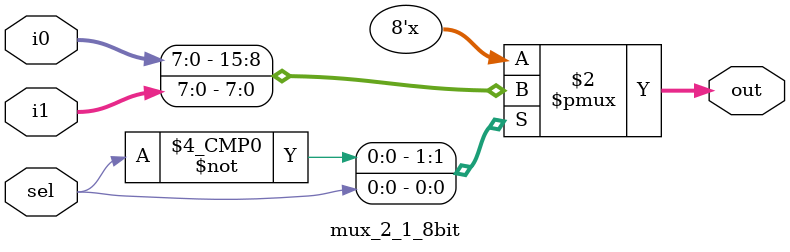
<source format=v>
`timescale 1ns / 1ps


module mux_2_1_8bit(i0,i1,sel,out);
input [7:0] i0,i1;
input sel;
output [7:0] out;
reg [7:0] out;

always @(i0,i1,sel)
  case (sel)
    1'b0:out=i0;
    1'b1:out=i1;
    default:out=8'b0;
  endcase
endmodule

</source>
